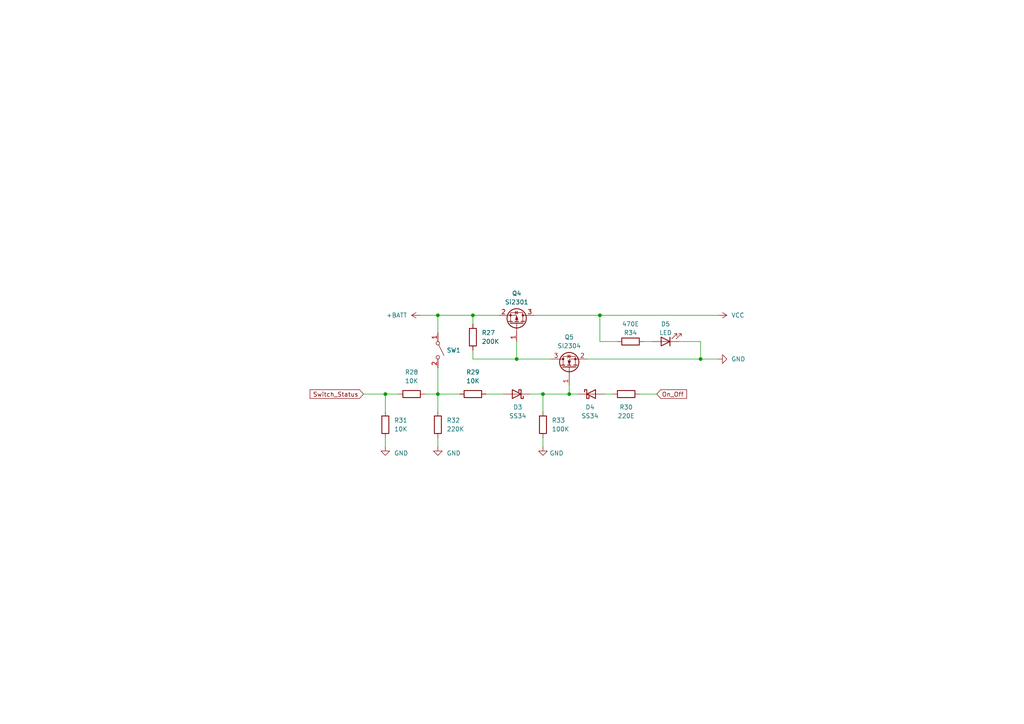
<source format=kicad_sch>
(kicad_sch (version 20230121) (generator eeschema)
  (paper "A4")
  (lib_symbols
    (symbol "Device:D_Schottky" (pin_numbers hide) (pin_names (offset 1.016) hide)
      (property "Reference" "D" (at 0 2.54 0))
      (property "Value" "D_Schottky" (at 0 -2.54 0))
      (symbol "D_Schottky_0_1"
        (polyline (pts (xy 1.27 0) (xy -1.27 0)))
        (polyline (pts (xy 1.27 1.27) (xy 1.27 -1.27) (xy -1.27 0) (xy 1.27 1.27)) (stroke (width 0.254)))
        (polyline (pts (xy -1.905 0.635) (xy -1.905 1.27) (xy -1.27 1.27) (xy -1.27 -1.27) (xy -0.635 -1.27) (xy -0.635 -0.635)) (stroke (width 0.254)))
      )
      (symbol "D_Schottky_1_1"
        (pin passive line (at -3.81 0 0) (length 2.54) (name "K") (number "1"))
        (pin passive line (at 3.81 0 180) (length 2.54) (name "A") (number "2"))
      )
    )
    (symbol "Device:LED" (pin_numbers hide) (pin_names (offset 1.016) hide)
      (property "Reference" "D" (at 0 2.54 0))
      (property "Value" "LED" (at 0 -2.54 0))
      (symbol "LED_0_1"
        (polyline (pts (xy -1.27 -1.27) (xy -1.27 1.27)) (stroke (width 0.254)))
        (polyline (pts (xy -1.27 0) (xy 1.27 0)))
        (polyline (pts (xy 1.27 -1.27) (xy 1.27 1.27) (xy -1.27 0) (xy 1.27 -1.27)) (stroke (width 0.254)))
        (polyline (pts (xy -3.048 -0.762) (xy -4.572 -2.286) (xy -3.81 -2.286) (xy -4.572 -2.286) (xy -4.572 -1.524)))
        (polyline (pts (xy -1.778 -0.762) (xy -3.302 -2.286) (xy -2.54 -2.286) (xy -3.302 -2.286) (xy -3.302 -1.524)))
      )
      (symbol "LED_1_1"
        (pin passive line (at -3.81 0 0) (length 2.54) (name "K") (number "1"))
        (pin passive line (at 3.81 0 180) (length 2.54) (name "A") (number "2"))
      )
    )
    (symbol "Device:Q_NMOS_GSD" (pin_names (offset 0) hide)
      (property "Reference" "Q" (at 5.08 1.27 0))
      (property "Value" "Q_NMOS_GSD" (at 5.08 -1.27 0))
      (symbol "Q_NMOS_GSD_0_1"
        (polyline (pts (xy 0.254 0) (xy -2.54 0)))
        (polyline (pts (xy 0.254 1.905) (xy 0.254 -1.905)) (stroke (width 0.254)))
        (polyline (pts (xy 0.762 -1.27) (xy 0.762 -2.286)) (stroke (width 0.254)))
        (polyline (pts (xy 0.762 0.508) (xy 0.762 -0.508)) (stroke (width 0.254)))
        (polyline (pts (xy 0.762 2.286) (xy 0.762 1.27)) (stroke (width 0.254)))
        (polyline (pts (xy 2.54 2.54) (xy 2.54 1.778)))
        (polyline (pts (xy 2.54 -2.54) (xy 2.54 0) (xy 0.762 0)))
        (polyline (pts (xy 0.762 -1.778) (xy 3.302 -1.778) (xy 3.302 1.778) (xy 0.762 1.778)))
        (polyline (pts (xy 1.016 0) (xy 2.032 0.381) (xy 2.032 -0.381) (xy 1.016 0)) (fill (type outline)))
        (polyline (pts (xy 2.794 0.508) (xy 2.921 0.381) (xy 3.683 0.381) (xy 3.81 0.254)))
        (polyline (pts (xy 3.302 0.381) (xy 2.921 -0.254) (xy 3.683 -0.254) (xy 3.302 0.381)))
        (circle (center 1.651 0) (radius 2.794) (stroke (width 0.254)))
        (circle (center 2.54 -1.778) (radius 0.254) (fill (type outline)))
        (circle (center 2.54 1.778) (radius 0.254) (fill (type outline)))
      )
      (symbol "Q_NMOS_GSD_1_1"
        (pin input line (at -5.08 0 0) (length 2.54) (name "G") (number "1"))
        (pin passive line (at 2.54 -5.08 90) (length 2.54) (name "S") (number "2"))
        (pin passive line (at 2.54 5.08 270) (length 2.54) (name "D") (number "3"))
      )
    )
    (symbol "Device:R" (pin_numbers hide) (pin_names (offset 0))
      (property "Reference" "R" (at 2.032 0 90))
      (property "Value" "R" (at 0 0 90))
      (symbol "R_0_1"
        (rectangle (start -1.016 -2.54) (end 1.016 2.54) (stroke (width 0.254)))
      )
      (symbol "R_1_1"
        (pin passive line (at 0 3.81 270) (length 1.27) (name "~") (number "1"))
        (pin passive line (at 0 -3.81 90) (length 1.27) (name "~") (number "2"))
      )
    )
    (symbol "Switch:SW_SPST" (pin_names (offset 0) hide)
      (property "Reference" "SW" (at 0 3.175 0))
      (property "Value" "SW_SPST" (at 0 -2.54 0))
      (symbol "SW_SPST_0_0"
        (circle (center -2.032 0) (radius 0.508))
        (polyline (pts (xy -1.524 0.254) (xy 1.524 1.778)))
        (circle (center 2.032 0) (radius 0.508))
      )
      (symbol "SW_SPST_1_1"
        (pin passive line (at -5.08 0 0) (length 2.54) (name "A") (number "1"))
        (pin passive line (at 5.08 0 180) (length 2.54) (name "B") (number "2"))
      )
    )
    (symbol "Transistor_FET:Si2319CDS" (pin_names hide)
      (property "Reference" "Q" (at 5.08 1.905 0))
      (property "Value" "Si2319CDS" (at 5.08 0 0))
      (symbol "Si2319CDS_0_1"
        (polyline (pts (xy 0.254 0) (xy -2.54 0)))
        (polyline (pts (xy 0.254 1.905) (xy 0.254 -1.905)) (stroke (width 0.254)))
        (polyline (pts (xy 0.762 -1.27) (xy 0.762 -2.286)) (stroke (width 0.254)))
        (polyline (pts (xy 0.762 0.508) (xy 0.762 -0.508)) (stroke (width 0.254)))
        (polyline (pts (xy 0.762 2.286) (xy 0.762 1.27)) (stroke (width 0.254)))
        (polyline (pts (xy 2.54 2.54) (xy 2.54 1.778)))
        (polyline (pts (xy 2.54 -2.54) (xy 2.54 0) (xy 0.762 0)))
        (polyline (pts (xy 0.762 1.778) (xy 3.302 1.778) (xy 3.302 -1.778) (xy 0.762 -1.778)))
        (polyline (pts (xy 2.286 0) (xy 1.27 0.381) (xy 1.27 -0.381) (xy 2.286 0)) (fill (type outline)))
        (polyline (pts (xy 2.794 -0.508) (xy 2.921 -0.381) (xy 3.683 -0.381) (xy 3.81 -0.254)))
        (polyline (pts (xy 3.302 -0.381) (xy 2.921 0.254) (xy 3.683 0.254) (xy 3.302 -0.381)))
        (circle (center 1.651 0) (radius 2.794) (stroke (width 0.254)))
        (circle (center 2.54 -1.778) (radius 0.254) (fill (type outline)))
        (circle (center 2.54 1.778) (radius 0.254) (fill (type outline)))
      )
      (symbol "Si2319CDS_1_1"
        (pin input line (at -5.08 0 0) (length 2.54) (name "G") (number "1"))
        (pin passive line (at 2.54 -5.08 90) (length 2.54) (name "S") (number "2"))
        (pin passive line (at 2.54 5.08 270) (length 2.54) (name "D") (number "3"))
      )
    )
    (symbol "power:+BATT" (power) (pin_names (offset 0))
      (property "Value" "+BATT" (at 0 3.556 0))
      (symbol "+BATT_0_1"
        (polyline (pts (xy -0.762 1.27) (xy 0 2.54)))
        (polyline (pts (xy 0 0) (xy 0 2.54)))
        (polyline (pts (xy 0 2.54) (xy 0.762 1.27)))
      )
      (symbol "+BATT_1_1"
        (pin power_in line (at 0 0 90) (length 0) hide (name "+BATT") (number "1"))
      )
    )
    (symbol "power:GND" (power) (pin_names (offset 0))
      (property "Value" "GND" (at 0 -3.81 0))
      (symbol "GND_0_1"
        (polyline (pts (xy 0 0) (xy 0 -1.27) (xy 1.27 -1.27) (xy 0 -2.54) (xy -1.27 -1.27) (xy 0 -1.27)))
      )
      (symbol "GND_1_1"
        (pin power_in line (at 0 0 270) (length 0) hide (name "GND") (number "1"))
      )
    )
    (symbol "power:VCC" (power) (pin_names (offset 0))
      (property "Value" "VCC" (at 0 3.81 0))
      (symbol "VCC_0_1"
        (polyline (pts (xy -0.762 1.27) (xy 0 2.54)))
        (polyline (pts (xy 0 0) (xy 0 2.54)))
        (polyline (pts (xy 0 2.54) (xy 0.762 1.27)))
      )
      (symbol "VCC_1_1"
        (pin power_in line (at 0 0 90) (length 0) hide (name "VCC") (number "1"))
      )
    )
  )
  (junction (at 149.86 104.14))
  (junction (at 137.16 91.44))
  (junction (at 157.48 114.3))
  (junction (at 203.2 104.14))
  (junction (at 165.1 114.3))
  (junction (at 111.76 114.3))
  (junction (at 173.99 91.44))
  (junction (at 127 91.44))
  (junction (at 127 114.3))
  (wire (pts (xy 111.76 114.3) (xy 115.57 114.3)))
  (wire (pts (xy 127 114.3) (xy 133.35 114.3)))
  (wire (pts (xy 179.07 99.06) (xy 173.99 99.06)))
  (wire (pts (xy 127 129.54) (xy 127 127)))
  (wire (pts (xy 127 119.38) (xy 127 114.3)))
  (wire (pts (xy 165.1 111.76) (xy 165.1 114.3)))
  (wire (pts (xy 203.2 99.06) (xy 203.2 104.14)))
  (wire (pts (xy 127 106.68) (xy 127 114.3)))
  (wire (pts (xy 154.94 91.44) (xy 173.99 91.44)))
  (wire (pts (xy 203.2 104.14) (xy 208.28 104.14)))
  (wire (pts (xy 105.41 114.3) (xy 111.76 114.3)))
  (wire (pts (xy 149.86 104.14) (xy 160.02 104.14)))
  (wire (pts (xy 185.42 114.3) (xy 190.5 114.3)))
  (wire (pts (xy 186.69 99.06) (xy 189.23 99.06)))
  (wire (pts (xy 123.19 114.3) (xy 127 114.3)))
  (wire (pts (xy 137.16 91.44) (xy 137.16 93.98)))
  (wire (pts (xy 111.76 114.3) (xy 111.76 119.38)))
  (wire (pts (xy 157.48 119.38) (xy 157.48 114.3)))
  (wire (pts (xy 140.97 114.3) (xy 146.05 114.3)))
  (wire (pts (xy 121.92 91.44) (xy 127 91.44)))
  (wire (pts (xy 167.64 114.3) (xy 165.1 114.3)))
  (wire (pts (xy 173.99 91.44) (xy 208.28 91.44)))
  (wire (pts (xy 170.18 104.14) (xy 203.2 104.14)))
  (wire (pts (xy 175.26 114.3) (xy 177.8 114.3)))
  (wire (pts (xy 157.48 114.3) (xy 165.1 114.3)))
  (wire (pts (xy 127 91.44) (xy 137.16 91.44)))
  (wire (pts (xy 137.16 104.14) (xy 149.86 104.14)))
  (wire (pts (xy 173.99 91.44) (xy 173.99 99.06)))
  (wire (pts (xy 196.85 99.06) (xy 203.2 99.06)))
  (wire (pts (xy 127 91.44) (xy 127 96.52)))
  (wire (pts (xy 144.78 91.44) (xy 137.16 91.44)))
  (wire (pts (xy 153.67 114.3) (xy 157.48 114.3)))
  (wire (pts (xy 111.76 129.54) (xy 111.76 127)))
  (wire (pts (xy 157.48 129.54) (xy 157.48 127)))
  (wire (pts (xy 149.86 99.06) (xy 149.86 104.14)))
  (wire (pts (xy 137.16 101.6) (xy 137.16 104.14)))
  (global_label "Switch_Status" (shape input) (at 105.41 114.3 180) (property "Intersheetrefs" "${INTERSHEET_REFS}" (effects hide)))
  (global_label "On_Off" (shape input) (at 190.5 114.3 0) (property "Intersheetrefs" "${INTERSHEET_REFS}" (effects hide)))
  (symbol (lib_id "power:VCC") (at 208.28 91.44 270) (unit 1)
    (property "Reference" "#PWR054" (effects hide))
    (property "Value" "VCC" (at 212.09 91.44 90) (effects (justify left)))
  )
  (symbol (lib_id "Device:R") (at 137.16 97.79 0) (unit 1)
    (property "Reference" "R27" (at 139.7 96.52 0) (effects (justify left)))
    (property "Value" "200K" (at 139.7 99.06 0) (effects (justify left)))
    (property "Footprint" "Resistor_SMD:R_0402_1005Metric" (effects hide))
  )
  (symbol (lib_id "Switch:SW_SPST") (at 127 101.6 270) (unit 1)
    (property "Reference" "SW1" (at 129.54 101.6 90) (effects (justify left)))
    (property "Value" "SW_SPST" (effects hide))
    (property "Footprint" "Dotworld:4312560587X6" (effects hide))
  )
  (symbol (lib_id "power:+BATT") (at 121.92 91.44 90) (unit 1)
    (property "Reference" "#PWR053" (effects hide))
    (property "Value" "+BATT" (at 118.11 91.44 90) (effects (justify left)))
  )
  (symbol (lib_id "Device:R") (at 137.16 114.3 270) (unit 1)
    (property "Reference" "R29" (at 137.16 107.95 90))
    (property "Value" "10K" (at 137.16 110.49 90))
    (property "Footprint" "Resistor_SMD:R_0402_1005Metric" (effects hide))
  )
  (symbol (lib_id "Device:R") (at 127 123.19 0) (unit 1)
    (property "Reference" "R32" (at 129.54 121.92 0) (effects (justify left)))
    (property "Value" "220K" (at 129.54 124.46 0) (effects (justify left)))
    (property "Footprint" "Resistor_SMD:R_0402_1005Metric" (effects hide))
  )
  (symbol (lib_id "power:GND") (at 127 129.54 0) (unit 1)
    (property "Reference" "#PWR057" (effects hide))
    (property "Value" "GND" (at 129.54 131.445 0) (effects (justify left)))
  )
  (symbol (lib_id "Device:R") (at 182.88 99.06 270) (unit 1)
    (property "Reference" "R34" (at 182.88 96.52 90))
    (property "Value" "470E" (at 182.88 93.98 90))
    (property "Footprint" "Resistor_SMD:R_0402_1005Metric" (effects hide))
  )
  (symbol (lib_id "Device:LED") (at 193.04 99.06 180) (unit 1)
    (property "Reference" "D5" (at 193.04 93.98 0))
    (property "Value" "LED" (at 193.04 96.52 0))
    (property "Footprint" "LED_SMD:LED_0402_1005Metric" (effects hide))
  )
  (symbol (lib_id "Device:R") (at 119.38 114.3 90) (unit 1)
    (property "Reference" "R28" (at 119.38 107.95 90))
    (property "Value" "10K" (at 119.38 110.49 90))
    (property "Footprint" "Resistor_SMD:R_0402_1005Metric" (effects hide))
  )
  (symbol (lib_id "Device:Q_NMOS_GSD") (at 165.1 106.68 90) (unit 1)
    (property "Reference" "Q5" (at 165.1 97.79 90))
    (property "Value" "SI2304" (at 165.1 100.33 90))
    (property "Footprint" "Package_TO_SOT_SMD:SOT-23" (effects hide))
    (property "Populate" "Yes" (effects hide))
  )
  (symbol (lib_id "power:GND") (at 208.28 104.14 90) (unit 1)
    (property "Reference" "#PWR055" (effects hide))
    (property "Value" "GND" (at 212.09 104.14 90) (effects (justify right)))
  )
  (symbol (lib_id "Device:R") (at 111.76 123.19 0) (unit 1)
    (property "Reference" "R31" (at 114.3 121.92 0) (effects (justify left)))
    (property "Value" "10K" (at 114.3 124.46 0) (effects (justify left)))
    (property "Footprint" "Resistor_SMD:R_0402_1005Metric" (effects hide))
  )
  (symbol (lib_id "Device:D_Schottky") (at 171.45 114.3 0) (unit 1)
    (property "Reference" "D4" (at 171.1325 118.11 0))
    (property "Value" "SS34" (at 171.1325 120.65 0))
    (property "Footprint" "Diode_SMD:D_SOD-323" (effects hide))
    (property "Populate" "Yes" (effects hide))
  )
  (symbol (lib_id "Device:R") (at 157.48 123.19 0) (unit 1)
    (property "Reference" "R33" (at 160.02 121.92 0) (effects (justify left)))
    (property "Value" "100K" (at 160.02 124.46 0) (effects (justify left)))
    (property "Footprint" "Resistor_SMD:R_0402_1005Metric" (effects hide))
  )
  (symbol (lib_id "Device:R") (at 181.61 114.3 90) (unit 1)
    (property "Reference" "R30" (at 181.61 118.11 90))
    (property "Value" "220E" (at 181.61 120.65 90))
    (property "Footprint" "Resistor_SMD:R_0402_1005Metric" (effects hide))
  )
  (symbol (lib_id "power:GND") (at 111.76 129.54 0) (unit 1)
    (property "Reference" "#PWR056" (effects hide))
    (property "Value" "GND" (at 114.3 131.445 0) (effects (justify left)))
  )
  (symbol (lib_id "Device:D_Schottky") (at 149.86 114.3 180) (unit 1)
    (property "Reference" "D3" (at 150.1775 118.11 0))
    (property "Value" "SS34" (at 150.1775 120.65 0))
    (property "Footprint" "Diode_SMD:D_SOD-323" (effects hide))
    (property "Populate" "Yes" (effects hide))
  )
  (symbol (lib_id "power:GND") (at 157.48 129.54 0) (unit 1)
    (property "Reference" "#PWR058" (effects hide))
    (property "Value" "GND" (at 159.385 131.445 0) (effects (justify left)))
  )
  (symbol (lib_id "Transistor_FET:Si2319CDS") (at 149.86 93.98 270) (mirror x) (unit 1)
    (property "Reference" "Q4" (at 149.86 85.09 90))
    (property "Value" "Si2301" (at 149.86 87.63 90))
    (property "Footprint" "Package_TO_SOT_SMD:SOT-23" (effects hide))
    (property "Datasheet" "http://www.vishay.com/docs/66709/si2319cd.pdf" (effects hide))
    (property "Populate" "Yes" (effects hide))
  )
)
</source>
